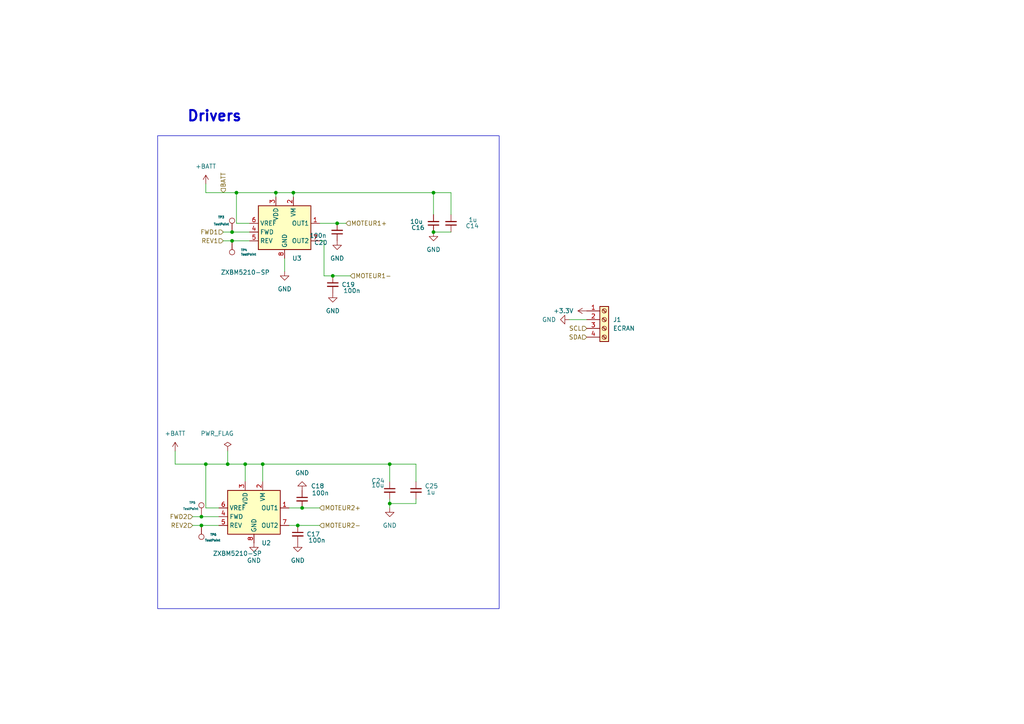
<source format=kicad_sch>
(kicad_sch (version 20231120) (generator "eeschema") (generator_version "8.0")
  (paper "A4")
  (lib_symbols
    (symbol "Connector:Screw_Terminal_01x04" (pin_names (offset 1.016) hide)
      (property "Reference" "J" (at 0 5.08 0))
      (property "Value" "Screw_Terminal_01x04" (at 0 -7.62 0))
      (symbol "Screw_Terminal_01x04_1_1"
        (rectangle (start -1.27 3.81) (end 1.27 -6.35) (stroke (width 0.254)) (fill (type background)))
        (circle (center 0 -5.08) (radius 0.635) (stroke (width 0.1524)))
        (circle (center 0 -2.54) (radius 0.635) (stroke (width 0.1524)))
        (polyline (pts (xy -0.5334 -4.7498) (xy 0.3302 -5.588)) (stroke (width 0.1524)))
        (polyline (pts (xy -0.5334 -2.2098) (xy 0.3302 -3.048)) (stroke (width 0.1524)))
        (polyline (pts (xy -0.5334 0.3302) (xy 0.3302 -0.508)) (stroke (width 0.1524)))
        (polyline (pts (xy -0.5334 2.8702) (xy 0.3302 2.032)) (stroke (width 0.1524)))
        (polyline (pts (xy -0.3556 -4.572) (xy 0.508 -5.4102)) (stroke (width 0.1524)))
        (polyline (pts (xy -0.3556 -2.032) (xy 0.508 -2.8702)) (stroke (width 0.1524)))
        (polyline (pts (xy -0.3556 0.508) (xy 0.508 -0.3302)) (stroke (width 0.1524)))
        (polyline (pts (xy -0.3556 3.048) (xy 0.508 2.2098)) (stroke (width 0.1524)))
        (circle (center 0 0) (radius 0.635) (stroke (width 0.1524)))
        (circle (center 0 2.54) (radius 0.635) (stroke (width 0.1524)))
        (pin passive line (at -5.08 2.54 0) (length 3.81) (name "Pin_1") (number "1"))
        (pin passive line (at -5.08 0 0) (length 3.81) (name "Pin_2") (number "2"))
        (pin passive line (at -5.08 -2.54 0) (length 3.81) (name "Pin_3") (number "3"))
        (pin passive line (at -5.08 -5.08 0) (length 3.81) (name "Pin_4") (number "4"))
      )
    )
    (symbol "Connector:TestPoint" (pin_numbers hide) (pin_names (offset 0.762) hide)
      (property "Reference" "TP" (at 0 6.858 0))
      (property "Value" "TestPoint" (at 0 5.08 0))
      (symbol "TestPoint_0_1"
        (circle (center 0 3.302) (radius 0.762))
      )
      (symbol "TestPoint_1_1"
        (pin passive line (at 0 0 90) (length 2.54) (name "1") (number "1"))
      )
    )
    (symbol "Device:C_Small" (pin_numbers hide) (pin_names (offset 0.254) hide)
      (property "Reference" "C" (at 0.254 1.778 0))
      (property "Value" "C_Small" (at 0.254 -2.032 0))
      (symbol "C_Small_0_1"
        (polyline (pts (xy -1.524 -0.508) (xy 1.524 -0.508)) (stroke (width 0.3302)))
        (polyline (pts (xy -1.524 0.508) (xy 1.524 0.508)) (stroke (width 0.3048)))
      )
      (symbol "C_Small_1_1"
        (pin passive line (at 0 2.54 270) (length 2.032) (name "~") (number "1"))
        (pin passive line (at 0 -2.54 90) (length 2.032) (name "~") (number "2"))
      )
    )
    (symbol "Driver_Motor:ZXBM5210-SP"
      (property "Reference" "U" (at -7.62 8.89 0))
      (property "Value" "ZXBM5210-SP" (at 10.16 8.89 0))
      (symbol "ZXBM5210-SP_0_0"
        (pin output line (at 10.16 2.54 180) (length 2.54) (name "OUT1") (number "1"))
        (pin power_in line (at 2.54 10.16 270) (length 2.54) (name "VM") (number "2"))
        (pin power_in line (at -2.54 10.16 270) (length 2.54) (name "VDD") (number "3"))
        (pin input line (at -10.16 0 0) (length 2.54) (name "FWD") (number "4"))
        (pin input line (at -10.16 -2.54 0) (length 2.54) (name "REV") (number "5"))
        (pin input line (at -10.16 2.54 0) (length 2.54) (name "VREF") (number "6"))
        (pin output line (at 10.16 -2.54 180) (length 2.54) (name "OUT2") (number "7"))
        (pin power_in line (at 0 -7.62 90) (length 2.54) (name "GND") (number "8"))
        (pin passive line (at 0 -7.62 90) (length 2.54) hide (name "GND") (number "9"))
      )
      (symbol "ZXBM5210-SP_0_1"
        (rectangle (start -7.62 7.62) (end 7.62 -5.08) (stroke (width 0.254)) (fill (type background)))
      )
    )
    (symbol "power:+3.3V" (power) (pin_names (offset 0))
      (property "Value" "+3.3V" (at 0 3.556 0))
      (symbol "+3.3V_0_1"
        (polyline (pts (xy -0.762 1.27) (xy 0 2.54)))
        (polyline (pts (xy 0 0) (xy 0 2.54)))
        (polyline (pts (xy 0 2.54) (xy 0.762 1.27)))
      )
      (symbol "+3.3V_1_1"
        (pin power_in line (at 0 0 90) (length 0) hide (name "+3.3V") (number "1"))
      )
    )
    (symbol "power:+BATT" (power) (pin_numbers hide) (pin_names (offset 0) hide)
      (property "Value" "+BATT" (at 0 3.556 0))
      (symbol "+BATT_0_1"
        (polyline (pts (xy -0.762 1.27) (xy 0 2.54)))
        (polyline (pts (xy 0 0) (xy 0 2.54)))
        (polyline (pts (xy 0 2.54) (xy 0.762 1.27)))
      )
      (symbol "+BATT_1_1"
        (pin power_in line (at 0 0 90) (length 0) (name "~") (number "1"))
      )
    )
    (symbol "power:GND" (power) (pin_names (offset 0))
      (property "Value" "GND" (at 0 -3.81 0))
      (symbol "GND_0_1"
        (polyline (pts (xy 0 0) (xy 0 -1.27) (xy 1.27 -1.27) (xy 0 -2.54) (xy -1.27 -1.27) (xy 0 -1.27)))
      )
      (symbol "GND_1_1"
        (pin power_in line (at 0 0 270) (length 0) hide (name "GND") (number "1"))
      )
    )
    (symbol "power:PWR_FLAG" (power) (pin_numbers hide) (pin_names (offset 0) hide)
      (property "Value" "PWR_FLAG" (at 0 3.81 0))
      (symbol "PWR_FLAG_0_0"
        (pin power_out line (at 0 0 90) (length 0) (name "~") (number "1"))
      )
      (symbol "PWR_FLAG_0_1"
        (polyline (pts (xy 0 0) (xy 0 1.27) (xy -1.016 1.905) (xy 0 2.54) (xy 1.016 1.905) (xy 0 1.27)))
      )
    )
  )
  (junction (at 113.03 146.05))
  (junction (at 66.04 134.62))
  (junction (at 80.01 55.88))
  (junction (at 86.36 152.4))
  (junction (at 96.52 80.01))
  (junction (at 58.42 149.86))
  (junction (at 67.31 69.85))
  (junction (at 76.2 134.62))
  (junction (at 58.42 152.4))
  (junction (at 85.09 55.88))
  (junction (at 87.63 147.32))
  (junction (at 97.79 64.77))
  (junction (at 59.69 134.62))
  (junction (at 71.12 134.62))
  (junction (at 125.73 55.88))
  (junction (at 67.31 67.31))
  (junction (at 125.73 67.31))
  (junction (at 68.58 55.88))
  (junction (at 113.03 134.62))
  (wire (pts (xy 76.2 134.62) (xy 76.2 139.7)))
  (wire (pts (xy 101.6 80.01) (xy 96.52 80.01)))
  (wire (pts (xy 68.58 64.77) (xy 68.58 55.88)))
  (wire (pts (xy 58.42 149.86) (xy 63.5 149.86)))
  (wire (pts (xy 76.2 134.62) (xy 71.12 134.62)))
  (wire (pts (xy 120.65 134.62) (xy 120.65 139.7)))
  (wire (pts (xy 97.79 64.77) (xy 100.33 64.77)))
  (wire (pts (xy 92.71 64.77) (xy 97.79 64.77)))
  (wire (pts (xy 113.03 144.78) (xy 113.03 146.05)))
  (wire (pts (xy 59.69 134.62) (xy 66.04 134.62)))
  (wire (pts (xy 59.69 147.32) (xy 59.69 134.62)))
  (wire (pts (xy 50.8 134.62) (xy 50.8 130.81)))
  (wire (pts (xy 93.98 69.85) (xy 92.71 69.85)))
  (wire (pts (xy 72.39 64.77) (xy 68.58 64.77)))
  (wire (pts (xy 55.88 152.4) (xy 58.42 152.4)))
  (wire (pts (xy 80.01 55.88) (xy 80.01 57.15)))
  (wire (pts (xy 87.63 147.32) (xy 83.82 147.32)))
  (wire (pts (xy 92.71 147.32) (xy 87.63 147.32)))
  (wire (pts (xy 130.81 62.23) (xy 130.81 55.88)))
  (wire (pts (xy 93.98 80.01) (xy 93.98 69.85)))
  (wire (pts (xy 55.88 149.86) (xy 58.42 149.86)))
  (wire (pts (xy 67.31 69.85) (xy 72.39 69.85)))
  (wire (pts (xy 96.52 80.01) (xy 93.98 80.01)))
  (wire (pts (xy 63.5 147.32) (xy 59.69 147.32)))
  (wire (pts (xy 120.65 144.78) (xy 120.65 146.05)))
  (wire (pts (xy 85.09 55.88) (xy 125.73 55.88)))
  (wire (pts (xy 125.73 55.88) (xy 130.81 55.88)))
  (wire (pts (xy 113.03 146.05) (xy 113.03 147.32)))
  (wire (pts (xy 92.71 152.4) (xy 86.36 152.4)))
  (wire (pts (xy 71.12 134.62) (xy 71.12 139.7)))
  (wire (pts (xy 80.01 55.88) (xy 85.09 55.88)))
  (wire (pts (xy 120.65 146.05) (xy 113.03 146.05)))
  (wire (pts (xy 64.77 67.31) (xy 67.31 67.31)))
  (wire (pts (xy 67.31 67.31) (xy 72.39 67.31)))
  (wire (pts (xy 58.42 152.4) (xy 63.5 152.4)))
  (wire (pts (xy 165.1 92.71) (xy 170.18 92.71)))
  (wire (pts (xy 59.69 55.88) (xy 68.58 55.88)))
  (wire (pts (xy 125.73 55.88) (xy 125.73 62.23)))
  (wire (pts (xy 50.8 134.62) (xy 59.69 134.62)))
  (wire (pts (xy 66.04 134.62) (xy 71.12 134.62)))
  (wire (pts (xy 86.36 152.4) (xy 83.82 152.4)))
  (wire (pts (xy 82.55 74.93) (xy 82.55 78.74)))
  (wire (pts (xy 113.03 134.62) (xy 120.65 134.62)))
  (wire (pts (xy 64.77 69.85) (xy 67.31 69.85)))
  (wire (pts (xy 85.09 55.88) (xy 85.09 57.15)))
  (wire (pts (xy 59.69 53.34) (xy 59.69 55.88)))
  (wire (pts (xy 125.73 67.31) (xy 130.81 67.31)))
  (wire (pts (xy 66.04 134.62) (xy 66.04 130.81)))
  (wire (pts (xy 113.03 134.62) (xy 76.2 134.62)))
  (wire (pts (xy 113.03 139.7) (xy 113.03 134.62)))
  (wire (pts (xy 68.58 55.88) (xy 80.01 55.88)))
  (rectangle (start 45.72 39.37) (end 144.78 176.53))
  (text "Drivers" (at 54.102 35.56 0) (effects (font (size 3 3) (thickness 0.6) (bold yes)) (justify left bottom)))
  (hierarchical_label "SDA" (shape input) (at 170.18 97.79 180))
  (hierarchical_label "MOTEUR1+" (shape input) (at 100.33 64.77 0))
  (hierarchical_label "REV1" (shape input) (at 64.77 69.85 180))
  (hierarchical_label "MOTEUR2+" (shape input) (at 92.71 147.32 0))
  (hierarchical_label "SCL" (shape input) (at 170.18 95.25 180))
  (hierarchical_label "FWD2" (shape input) (at 55.88 149.86 180))
  (hierarchical_label "REV2" (shape input) (at 55.88 152.4 180))
  (hierarchical_label "MOTEUR1-" (shape input) (at 101.6 80.01 0))
  (hierarchical_label "FWD1" (shape input) (at 64.77 67.31 180))
  (hierarchical_label "MOTEUR2-" (shape input) (at 92.71 152.4 0))
  (hierarchical_label "BATT" (shape input) (at 64.77 55.88 90))
  (symbol (lib_id "power:GND") (at 87.63 142.24 180) (unit 1)
    (property "Reference" "#PWR029" (effects (hide yes)))
    (property "Value" "GND" (at 87.63 137.16 0))
  )
  (symbol (lib_id "Connector:Screw_Terminal_01x04") (at 175.26 92.71 0) (unit 1)
    (property "Reference" "J1" (at 177.8 92.7099 0) (effects (justify left)))
    (property "Value" "ECRAN" (at 177.8 95.2499 0) (effects (justify left)))
    (property "Footprint" "Connector_JST:JST_EH_B4B-EH-A_1x04_P2.50mm_Vertical" (effects (hide yes)))
    (property "Description" "Generic screw terminal, single row, 01x04, script generated (kicad-library-utils/schlib/autogen/connector/)" (effects (hide yes)))
  )
  (symbol (lib_id "Device:C_Small") (at 120.65 142.24 0) (unit 1)
    (property "Reference" "C25" (at 123.19 140.9763 0) (effects (justify left)))
    (property "Value" "1u" (at 123.698 142.748 0) (effects (justify left)))
    (property "Footprint" "Capacitor_SMD:C_0603_1608Metric_Pad1.08x0.95mm_HandSolder" (effects (hide yes)))
  )
  (symbol (lib_id "Device:C_Small") (at 125.73 64.77 180) (unit 1)
    (property "Reference" "C16" (at 123.19 66.0337 0) (effects (justify left)))
    (property "Value" "10u" (at 122.682 64.262 0) (effects (justify left)))
    (property "Footprint" "Capacitor_SMD:C_0603_1608Metric_Pad1.08x0.95mm_HandSolder" (effects (hide yes)))
  )
  (symbol (lib_id "Device:C_Small") (at 97.79 67.31 180) (unit 1)
    (property "Reference" "C20" (at 94.996 70.358 0) (effects (justify left)))
    (property "Value" "100n" (at 94.742 68.326 0) (effects (justify left)))
    (property "Footprint" "Capacitor_SMD:C_0402_1005Metric_Pad0.74x0.62mm_HandSolder" (effects (hide yes)))
  )
  (symbol (lib_id "power:GND") (at 165.1 92.71 270) (mirror x) (unit 1)
    (property "Reference" "#PWR01" (effects (hide yes)))
    (property "Value" "GND" (at 161.29 92.7099 90) (effects (justify right)))
  )
  (symbol (lib_id "Device:C_Small") (at 130.81 64.77 180) (unit 1)
    (property "Reference" "C14" (at 138.938 65.5257 0) (effects (justify left)))
    (property "Value" "1u" (at 138.43 63.754 0) (effects (justify left)))
    (property "Footprint" "Capacitor_SMD:C_0402_1005Metric_Pad0.74x0.62mm_HandSolder" (effects (hide yes)))
  )
  (symbol (lib_id "Device:C_Small") (at 87.63 144.78 0) (unit 1)
    (property "Reference" "C18" (at 90.17 140.97 0) (effects (justify left)))
    (property "Value" "100n" (at 90.424 143.002 0) (effects (justify left)))
    (property "Footprint" "Capacitor_SMD:C_0402_1005Metric_Pad0.74x0.62mm_HandSolder" (effects (hide yes)))
  )
  (symbol (lib_id "Device:C_Small") (at 113.03 142.24 0) (unit 1)
    (property "Reference" "C24" (at 107.696 139.446 0) (effects (justify left)))
    (property "Value" "10u" (at 107.696 140.716 0) (effects (justify left)))
    (property "Footprint" "Capacitor_SMD:C_0402_1005Metric_Pad0.74x0.62mm_HandSolder" (effects (hide yes)))
  )
  (symbol (lib_id "Connector:TestPoint") (at 67.31 67.31 0) (unit 1)
    (property "Reference" "TP3" (at 63.246 62.992 0) (effects (font (size 0.635 0.635)) (justify left)))
    (property "Value" "TestPoint" (at 61.976 65.024 0) (effects (font (size 0.635 0.635)) (justify left)))
    (property "Description" "test point" (effects (hide yes)))
  )
  (symbol (lib_id "power:GND") (at 82.55 78.74 0) (unit 1)
    (property "Reference" "#PWR023" (effects (hide yes)))
    (property "Value" "GND" (at 82.55 83.82 0))
  )
  (symbol (lib_id "power:GND") (at 86.36 157.48 0) (unit 1)
    (property "Reference" "#PWR028" (effects (hide yes)))
    (property "Value" "GND" (at 86.36 162.56 0))
  )
  (symbol (lib_id "power:GND") (at 96.52 85.09 0) (unit 1)
    (property "Reference" "#PWR030" (effects (hide yes)))
    (property "Value" "GND" (at 96.52 90.17 0))
  )
  (symbol (lib_id "Driver_Motor:ZXBM5210-SP") (at 73.66 149.86 0) (unit 1)
    (property "Reference" "U2" (at 75.8541 157.48 0) (effects (justify left)))
    (property "Value" "ZXBM5210-SP" (at 61.722 160.528 0) (effects (justify left)))
    (property "Footprint" "Package_SO:Diodes_SO-8EP" (effects (hide yes)))
    (property "Datasheet" "https://www.diodes.com/assets/Datasheets/ZXBM5210.pdf" (effects (hide yes)))
  )
  (symbol (lib_id "power:GND") (at 113.03 147.32 0) (unit 1)
    (property "Reference" "#PWR040" (effects (hide yes)))
    (property "Value" "GND" (at 113.03 152.4 0))
  )
  (symbol (lib_id "power:PWR_FLAG") (at 66.04 130.81 0) (unit 1)
    (property "Reference" "#FLG03" (effects (hide yes)))
    (property "Value" "PWR_FLAG" (at 62.992 125.73 0))
    (property "Description" "Special symbol for telling ERC where power comes from" (effects (hide yes)))
  )
  (symbol (lib_id "power:GND") (at 97.79 69.85 0) (unit 1)
    (property "Reference" "#PWR025" (effects (hide yes)))
    (property "Value" "GND" (at 97.79 74.93 0))
  )
  (symbol (lib_id "Device:C_Small") (at 96.52 82.55 0) (unit 1)
    (property "Reference" "C19" (at 99.06 82.55 0) (effects (justify left)))
    (property "Value" "100n" (at 99.568 84.328 0) (effects (justify left)))
    (property "Footprint" "Capacitor_SMD:C_0402_1005Metric_Pad0.74x0.62mm_HandSolder" (effects (hide yes)))
  )
  (symbol (lib_id "Device:C_Small") (at 86.36 154.94 0) (unit 1)
    (property "Reference" "C17" (at 88.9 154.94 0) (effects (justify left)))
    (property "Value" "100n" (at 89.408 156.718 0) (effects (justify left)))
    (property "Footprint" "Capacitor_SMD:C_0402_1005Metric_Pad0.74x0.62mm_HandSolder" (effects (hide yes)))
  )
  (symbol (lib_id "Connector:TestPoint") (at 67.31 69.85 180) (unit 1)
    (property "Reference" "TP4" (at 69.85 72.517 0) (effects (font (size 0.635 0.635)) (justify right)))
    (property "Value" "TestPoint" (at 69.85 73.787 0) (effects (font (size 0.635 0.635)) (justify right)))
    (property "Description" "test point" (effects (hide yes)))
  )
  (symbol (lib_id "power:+BATT") (at 50.8 130.81 0) (unit 1)
    (property "Reference" "#PWR039" (effects (hide yes)))
    (property "Value" "+BATT" (at 50.8 125.73 0))
    (property "Description" "Power symbol creates a global label with name \"+BATT\"" (effects (hide yes)))
  )
  (symbol (lib_id "power:+3.3V") (at 170.18 90.17 90) (mirror x) (unit 1)
    (property "Reference" "#PWR02" (effects (hide yes)))
    (property "Value" "+3.3V" (at 166.37 90.1699 90) (effects (justify left)))
  )
  (symbol (lib_id "power:GND") (at 125.73 67.31 0) (unit 1)
    (property "Reference" "#PWR027" (effects (hide yes)))
    (property "Value" "GND" (at 125.73 72.39 0))
  )
  (symbol (lib_id "Connector:TestPoint") (at 58.42 152.4 180) (unit 1)
    (property "Reference" "TP6" (at 60.96 155.067 0) (effects (font (size 0.635 0.635)) (justify right)))
    (property "Value" "TestPoint" (at 59.436 156.718 0) (effects (font (size 0.635 0.635)) (justify right)))
    (property "Description" "test point" (effects (hide yes)))
  )
  (symbol (lib_id "power:+BATT") (at 59.69 53.34 0) (unit 1)
    (property "Reference" "#PWR031" (effects (hide yes)))
    (property "Value" "+BATT" (at 59.69 48.26 0))
    (property "Description" "Power symbol creates a global label with name \"+BATT\"" (effects (hide yes)))
  )
  (symbol (lib_id "Driver_Motor:ZXBM5210-SP") (at 82.55 67.31 0) (unit 1)
    (property "Reference" "U3" (at 84.7441 74.93 0) (effects (justify left)))
    (property "Value" "ZXBM5210-SP" (at 64.008 78.994 0) (effects (justify left)))
    (property "Footprint" "Package_SO:Diodes_SO-8EP" (effects (hide yes)))
    (property "Datasheet" "https://www.diodes.com/assets/Datasheets/ZXBM5210.pdf" (effects (hide yes)))
  )
  (symbol (lib_id "Connector:TestPoint") (at 58.42 149.86 0) (unit 1)
    (property "Reference" "TP5" (at 54.864 145.796 0) (effects (font (size 0.635 0.635)) (justify left)))
    (property "Value" "TestPoint" (at 53.086 147.574 0) (effects (font (size 0.635 0.635)) (justify left)))
    (property "Description" "test point" (effects (hide yes)))
  )
  (symbol (lib_id "power:GND") (at 73.66 157.48 0) (unit 1)
    (property "Reference" "#PWR024" (effects (hide yes)))
    (property "Value" "GND" (at 73.66 162.56 0))
  )
)
</source>
